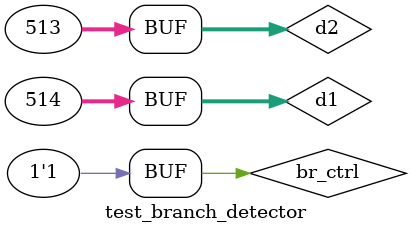
<source format=sv>
module test_branch_detector();
	
	logic[31:0] d1, d2;
	logic br_ctrl, branch_slct;
	
	branch_detector DTU(.d1(d1), .d2(d2), .br_ctrl(br_ctrl), .branch_slct(branch_slct));
	
	initial begin
	
		d1 = 32'b1010100001; d2 = 32'b1010100001;
		br_ctrl = 0;
		#10
		br_ctrl = 1;
		#10
		
		d1 = 32'b1000000010; d2 = 32'b1000000001;
		br_ctrl = 0;
		#10
		br_ctrl = 1;
		

	end
	
endmodule
</source>
